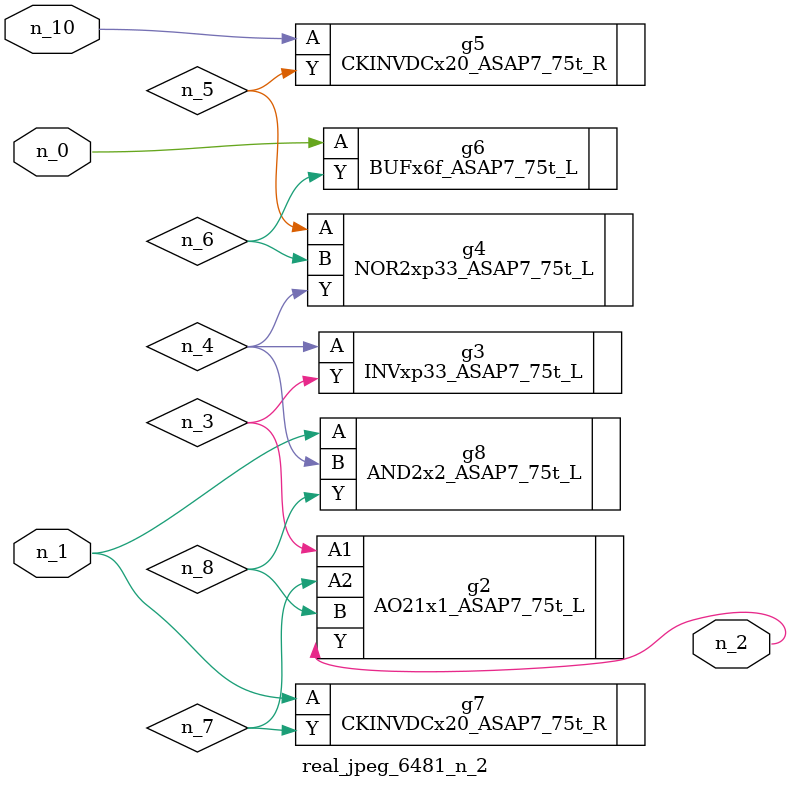
<source format=v>
module real_jpeg_6481_n_2 (n_1, n_10, n_0, n_2);

input n_1;
input n_10;
input n_0;

output n_2;

wire n_5;
wire n_4;
wire n_8;
wire n_6;
wire n_7;
wire n_3;

BUFx6f_ASAP7_75t_L g6 ( 
.A(n_0),
.Y(n_6)
);

CKINVDCx20_ASAP7_75t_R g7 ( 
.A(n_1),
.Y(n_7)
);

AND2x2_ASAP7_75t_L g8 ( 
.A(n_1),
.B(n_4),
.Y(n_8)
);

AO21x1_ASAP7_75t_L g2 ( 
.A1(n_3),
.A2(n_7),
.B(n_8),
.Y(n_2)
);

INVxp33_ASAP7_75t_L g3 ( 
.A(n_4),
.Y(n_3)
);

NOR2xp33_ASAP7_75t_L g4 ( 
.A(n_5),
.B(n_6),
.Y(n_4)
);

CKINVDCx20_ASAP7_75t_R g5 ( 
.A(n_10),
.Y(n_5)
);


endmodule
</source>
